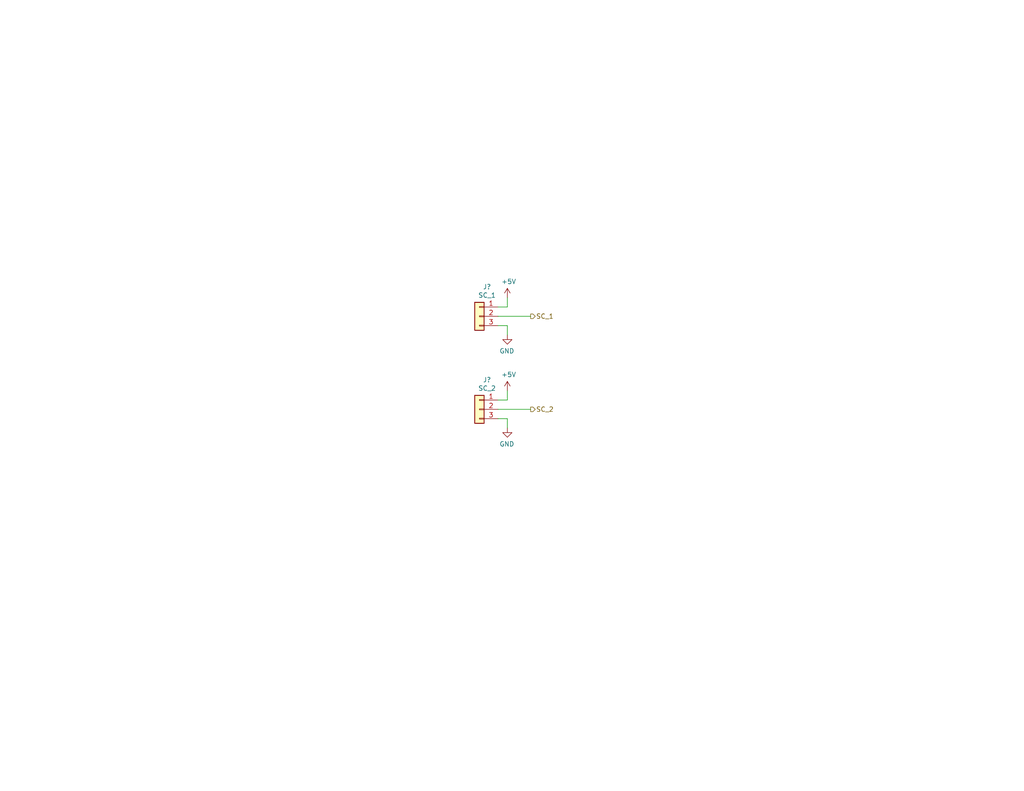
<source format=kicad_sch>
(kicad_sch (version 20211123) (generator eeschema)
  (paper "USLetter")
  (title_block (date "2021-01-22") (rev "3.0") (company "Cristóbal Cuevas Lagos") (comment 1 "Cristóbal Cuevas Lagos"))
  (lib_symbols
    (symbol "Connector_Generic:Conn_01x03" (pin_names (offset 1.016) hide)
      (property "Reference" "J" (at 0 5.08 0))
      (property "Value" "Conn_01x03" (at 0 -5.08 0))
      (symbol "Conn_01x03_1_1"
        (rectangle (start -1.27 -2.413) (end 0 -2.667) (stroke (width 0.1524)))
        (rectangle (start -1.27 0.127) (end 0 -0.127) (stroke (width 0.1524)))
        (rectangle (start -1.27 2.667) (end 0 2.413) (stroke (width 0.1524)))
        (rectangle (start -1.27 3.81) (end 1.27 -3.81) (stroke (width 0.254)) (fill (type background)))
        (pin passive line (at -5.08 2.54 0) (length 3.81) (name "Pin_1") (number "1"))
        (pin passive line (at -5.08 0 0) (length 3.81) (name "Pin_2") (number "2"))
        (pin passive line (at -5.08 -2.54 0) (length 3.81) (name "Pin_3") (number "3"))
      )
    )
    (symbol "power:+5V" (power) (pin_names (offset 0))
      (property "Value" "+5V" (at 0 3.556 0))
      (symbol "+5V_0_1"
        (polyline (pts (xy -0.762 1.27) (xy 0 2.54)))
        (polyline (pts (xy 0 0) (xy 0 2.54)))
        (polyline (pts (xy 0 2.54) (xy 0.762 1.27)))
      )
      (symbol "+5V_1_1"
        (pin power_in line (at 0 0 90) (length 0) hide (name "+5V") (number "1"))
      )
    )
    (symbol "power:GND" (power) (pin_names (offset 0))
      (property "Value" "GND" (at 0 -3.81 0))
      (symbol "GND_0_1"
        (polyline (pts (xy 0 0) (xy 0 -1.27) (xy 1.27 -1.27) (xy 0 -2.54) (xy -1.27 -1.27) (xy 0 -1.27)))
      )
      (symbol "GND_1_1"
        (pin power_in line (at 0 0 270) (length 0) hide (name "GND") (number "1"))
      )
    )
  )
  (wire (pts (xy 138.43 109.22) (xy 138.43 106.68)))
  (wire (pts (xy 135.89 109.22) (xy 138.43 109.22)))
  (wire (pts (xy 138.43 83.82) (xy 138.43 81.28)))
  (wire (pts (xy 135.89 83.82) (xy 138.43 83.82)))
  (wire (pts (xy 135.89 88.9) (xy 138.43 88.9)))
  (wire (pts (xy 138.43 114.3) (xy 138.43 116.84)))
  (wire (pts (xy 138.43 88.9) (xy 138.43 91.44)))
  (wire (pts (xy 135.89 114.3) (xy 138.43 114.3)))
  (wire (pts (xy 135.89 111.76) (xy 144.78 111.76)))
  (wire (pts (xy 135.89 86.36) (xy 144.78 86.36)))
  (hierarchical_label "SC_2" (shape output) (at 144.78 111.76 0))
  (hierarchical_label "SC_1" (shape output) (at 144.78 86.36 0))
  (symbol (lib_id "Connector_Generic:Conn_01x03") (at 130.81 86.36 0) (mirror y) (unit 1)
    (property "Reference" "J?" (at 132.8928 78.3082 0))
    (property "Value" "SC_1" (at 132.8928 80.6196 0))
    (property "Footprint" "Connector_PinHeader_2.54mm:PinHeader_1x03_P2.54mm_Horizontal" (effects hide))
    (property "PartNumber" "2011-1X03G00SD025B" (effects hide))
  )
  (symbol (lib_id "power:+5V") (at 138.43 81.28 0) (unit 1)
    (property "Reference" "#PWR?" (effects hide))
    (property "Value" "+5V" (at 138.811 76.8858 0))
  )
  (symbol (lib_id "power:GND") (at 138.43 91.44 0) (mirror y) (unit 1)
    (property "Reference" "#PWR?" (effects hide))
    (property "Value" "GND" (at 138.303 95.8342 0))
  )
  (symbol (lib_id "Connector_Generic:Conn_01x03") (at 130.81 111.76 0) (mirror y) (unit 1)
    (property "Reference" "J?" (at 132.8928 103.7082 0))
    (property "Value" "SC_2" (at 132.8928 106.0196 0))
    (property "Footprint" "Connector_PinHeader_2.54mm:PinHeader_1x03_P2.54mm_Horizontal" (effects hide))
    (property "PartNumber" "2011-1X03G00SD025B" (effects hide))
  )
  (symbol (lib_id "power:+5V") (at 138.43 106.68 0) (unit 1)
    (property "Reference" "#PWR?" (effects hide))
    (property "Value" "+5V" (at 138.811 102.2858 0))
  )
  (symbol (lib_id "power:GND") (at 138.43 116.84 0) (mirror y) (unit 1)
    (property "Reference" "#PWR?" (effects hide))
    (property "Value" "GND" (at 138.303 121.2342 0))
  )
)
</source>
